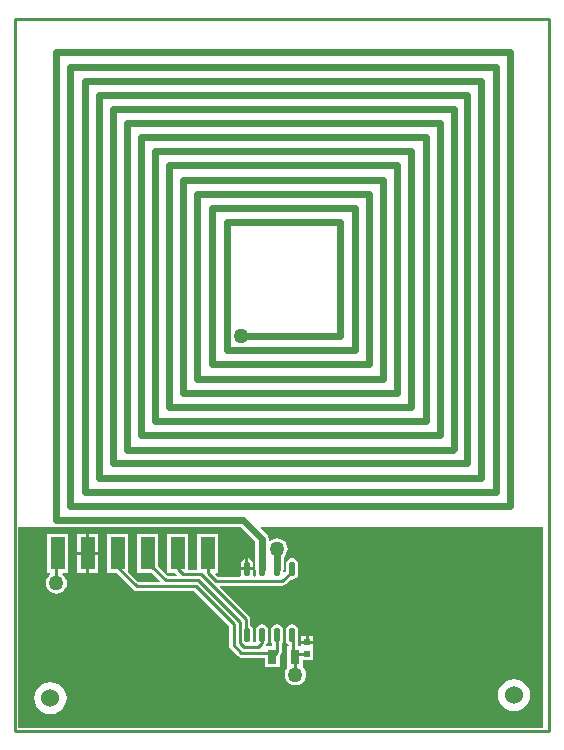
<source format=gtl>
G04*
G04 #@! TF.GenerationSoftware,Altium Limited,Altium Designer,18.0.12 (696)*
G04*
G04 Layer_Physical_Order=1*
G04 Layer_Color=255*
%FSLAX25Y25*%
%MOIN*%
G70*
G01*
G75*
%ADD11C,0.02362*%
%ADD12C,0.01000*%
%ADD14R,0.05118X0.11024*%
%ADD15O,0.01968X0.05118*%
%ADD16R,0.03150X0.04921*%
%ADD17R,0.01968X0.02362*%
%ADD24C,0.06000*%
%ADD25C,0.05000*%
G36*
X275590Y100394D02*
X100394D01*
Y167323D01*
X174611D01*
X179528Y162406D01*
Y153347D01*
X179697Y152495D01*
X179729Y152448D01*
Y151772D01*
X179834Y151242D01*
X179498Y150742D01*
X179006D01*
X178670Y151242D01*
X178775Y151772D01*
Y152847D01*
X174729D01*
Y151772D01*
X174834Y151242D01*
X174498Y150742D01*
X166993D01*
X166244Y151491D01*
X166435Y151953D01*
X167260D01*
Y164976D01*
X160142D01*
Y152982D01*
X157260D01*
Y164976D01*
X150142D01*
Y151953D01*
X152774D01*
X153283Y151444D01*
X153091Y150982D01*
X150393D01*
X147260Y154116D01*
Y164976D01*
X140142D01*
Y151953D01*
X145097D01*
X147606Y149444D01*
X147414Y148982D01*
X140582D01*
X137260Y152305D01*
Y164976D01*
X130142D01*
Y151953D01*
X133286D01*
X138867Y146371D01*
X139364Y146040D01*
X139949Y145923D01*
X159000D01*
X170738Y134185D01*
Y127867D01*
X170855Y127282D01*
X171186Y126786D01*
X173813Y124159D01*
X174309Y123827D01*
X174895Y123711D01*
X182661D01*
Y120555D01*
X187811D01*
Y124428D01*
X187833Y124450D01*
X188165Y124946D01*
X188281Y125531D01*
Y128442D01*
X188621Y128950D01*
X188775Y129724D01*
Y132874D01*
X188621Y133648D01*
X188182Y134305D01*
X187526Y134743D01*
X186752Y134897D01*
X185978Y134743D01*
X185321Y134305D01*
X184883Y133648D01*
X184729Y132874D01*
Y129724D01*
X184883Y128950D01*
X185223Y128442D01*
Y127476D01*
X183405D01*
X183138Y127976D01*
X183165Y128017D01*
X183236Y128374D01*
X183621Y128950D01*
X183775Y129724D01*
Y132874D01*
X183621Y133648D01*
X183183Y134305D01*
X182526Y134743D01*
X181752Y134897D01*
X180978Y134743D01*
X180321Y134305D01*
X179883Y133648D01*
X179729Y132874D01*
Y129724D01*
X179825Y129241D01*
X179512Y128850D01*
X178992Y128856D01*
X178685Y129270D01*
X178775Y129724D01*
Y132874D01*
X178621Y133648D01*
X178182Y134305D01*
X177797Y134562D01*
Y136476D01*
X177681Y137061D01*
X177349Y137557D01*
X167685Y147221D01*
X167876Y147683D01*
X188583D01*
X189168Y147800D01*
X189664Y148131D01*
X191359Y149827D01*
X191752Y149749D01*
X192526Y149902D01*
X193183Y150341D01*
X193621Y150997D01*
X193775Y151772D01*
Y154921D01*
X193621Y155695D01*
X193183Y156352D01*
X192526Y156790D01*
X191752Y156944D01*
X190978Y156790D01*
X190321Y156352D01*
X189883Y155695D01*
X189729Y154921D01*
Y152522D01*
X189545Y152338D01*
X188906Y152383D01*
X188806Y152495D01*
X188976Y153347D01*
Y157289D01*
X189307Y157543D01*
X189868Y158274D01*
X190221Y159126D01*
X190341Y160039D01*
X190221Y160953D01*
X189868Y161804D01*
X189307Y162536D01*
X188576Y163097D01*
X187725Y163449D01*
X186811Y163570D01*
X185897Y163449D01*
X185046Y163097D01*
X184476Y162659D01*
X183976Y162872D01*
Y163327D01*
X183976Y163327D01*
X183807Y164178D01*
X183325Y164899D01*
X183324Y164899D01*
X181363Y166861D01*
X181554Y167323D01*
X275590D01*
Y100394D01*
D02*
G37*
%LPC*%
G36*
X127260Y164976D02*
X124201D01*
Y158965D01*
X127260D01*
Y164976D01*
D02*
G37*
G36*
X123201D02*
X120142D01*
Y158965D01*
X123201D01*
Y164976D01*
D02*
G37*
G36*
X177252Y156845D02*
Y153847D01*
X178775D01*
Y154921D01*
X178621Y155695D01*
X178182Y156352D01*
X177526Y156790D01*
X177252Y156845D01*
D02*
G37*
G36*
X176252D02*
X175978Y156790D01*
X175321Y156352D01*
X174883Y155695D01*
X174729Y154921D01*
Y153847D01*
X176252D01*
Y156845D01*
D02*
G37*
G36*
X127260Y157965D02*
X124201D01*
Y151953D01*
X127260D01*
Y157965D01*
D02*
G37*
G36*
X123201D02*
X120142D01*
Y151953D01*
X123201D01*
Y157965D01*
D02*
G37*
G36*
X117260Y164976D02*
X110142D01*
Y151953D01*
X110959D01*
X111129Y151453D01*
X110693Y151118D01*
X110132Y150387D01*
X109779Y149536D01*
X109659Y148622D01*
X109779Y147708D01*
X110132Y146857D01*
X110693Y146126D01*
X111424Y145565D01*
X112275Y145212D01*
X113189Y145092D01*
X114103Y145212D01*
X114954Y145565D01*
X115685Y146126D01*
X116246Y146857D01*
X116599Y147708D01*
X116719Y148622D01*
X116599Y149536D01*
X116246Y150387D01*
X115685Y151118D01*
X115249Y151453D01*
X115419Y151953D01*
X117260D01*
Y164976D01*
D02*
G37*
G36*
X198835Y131118D02*
X197350D01*
Y129437D01*
X198835D01*
Y131118D01*
D02*
G37*
G36*
X196350D02*
X194866D01*
Y129437D01*
X196350D01*
Y131118D01*
D02*
G37*
G36*
X191752Y134897D02*
X190978Y134743D01*
X190321Y134305D01*
X189883Y133648D01*
X189729Y132874D01*
Y129724D01*
X189883Y128950D01*
X190321Y128294D01*
X190597Y128110D01*
Y127476D01*
X190142D01*
Y120555D01*
X190142D01*
X190234Y120368D01*
X189856Y119875D01*
X189504Y119024D01*
X189383Y118110D01*
X189504Y117197D01*
X189856Y116345D01*
X190417Y115614D01*
X191148Y115053D01*
X192000Y114700D01*
X192913Y114580D01*
X193827Y114700D01*
X194678Y115053D01*
X195410Y115614D01*
X195971Y116345D01*
X196323Y117197D01*
X196444Y118110D01*
X196323Y119024D01*
X195971Y119875D01*
X195410Y120607D01*
X195291Y120697D01*
Y122819D01*
X198835D01*
Y126756D01*
Y128437D01*
X194866D01*
Y127476D01*
X193655D01*
Y129123D01*
X193775Y129724D01*
Y132874D01*
X193621Y133648D01*
X193183Y134305D01*
X192526Y134743D01*
X191752Y134897D01*
D02*
G37*
G36*
X265748Y116597D02*
X264356Y116414D01*
X263060Y115877D01*
X261946Y115022D01*
X261092Y113909D01*
X260555Y112612D01*
X260371Y111221D01*
X260555Y109829D01*
X261092Y108532D01*
X261946Y107419D01*
X263060Y106564D01*
X264356Y106027D01*
X265748Y105844D01*
X267140Y106027D01*
X268436Y106564D01*
X269550Y107419D01*
X270404Y108532D01*
X270941Y109829D01*
X271125Y111221D01*
X270941Y112612D01*
X270404Y113909D01*
X269550Y115022D01*
X268436Y115877D01*
X267140Y116414D01*
X265748Y116597D01*
D02*
G37*
G36*
X111221Y115613D02*
X109829Y115430D01*
X108532Y114893D01*
X107419Y114038D01*
X106564Y112925D01*
X106027Y111628D01*
X105844Y110236D01*
X106027Y108845D01*
X106564Y107548D01*
X107419Y106434D01*
X108532Y105580D01*
X109829Y105043D01*
X111221Y104859D01*
X112612Y105043D01*
X113909Y105580D01*
X115022Y106434D01*
X115877Y107548D01*
X116414Y108845D01*
X116597Y110236D01*
X116414Y111628D01*
X115877Y112925D01*
X115022Y114038D01*
X113909Y114893D01*
X112612Y115430D01*
X111221Y115613D01*
D02*
G37*
%LPD*%
D11*
X117913Y174311D02*
X264370D01*
X113189Y325492D02*
X264370D01*
X113189Y169626D02*
Y325492D01*
X264370Y174311D02*
Y325492D01*
X117913Y174311D02*
Y320768D01*
X259646D01*
Y179035D02*
Y320768D01*
X122638Y179035D02*
X259646D01*
X122638D02*
Y316043D01*
X254921D01*
Y183760D02*
Y316043D01*
X127362Y183760D02*
X254921D01*
X127362D02*
Y311319D01*
X250197D01*
Y188484D02*
Y311319D01*
X132087Y188484D02*
X250197D01*
X132087D02*
Y306594D01*
X245669D01*
Y193209D02*
Y306594D01*
X136713Y193110D02*
X245571D01*
X136713D02*
Y301969D01*
X240945D01*
Y197835D02*
Y301969D01*
X141535Y197835D02*
Y297244D01*
Y197835D02*
X240945D01*
X141535Y297244D02*
X236221D01*
X231496Y207283D02*
Y292520D01*
X236319Y202559D02*
Y297342D01*
X146260Y202559D02*
Y292520D01*
Y202559D02*
X236319D01*
X146260Y292520D02*
X231496D01*
X150787Y207283D02*
X231496D01*
X150787D02*
Y287795D01*
X226772D01*
Y212008D02*
Y287795D01*
X155512Y212008D02*
X226772D01*
X155512D02*
Y283071D01*
X222047D01*
Y216732D02*
Y283071D01*
X160236Y216732D02*
X222047D01*
X160236D02*
Y278346D01*
X217323D01*
Y221457D02*
Y278346D01*
X165256Y221457D02*
X217323D01*
X165256D02*
Y273622D01*
X212598D01*
Y226181D02*
Y273622D01*
X169980Y226181D02*
X212598D01*
X169980D02*
Y268898D01*
X207874D01*
Y230906D02*
Y268898D01*
X174705Y230906D02*
X207874D01*
X186752Y153347D02*
Y159980D01*
X113189Y169626D02*
X175453D01*
X181752Y153347D02*
Y163327D01*
X175453Y169626D02*
X181752Y163327D01*
D12*
X191929Y123228D02*
X192913Y122244D01*
X145236Y153976D02*
X149760Y149453D01*
X160462D01*
X155437Y151453D02*
X161291D01*
X153740Y153150D02*
X155437Y151453D01*
X174268Y128695D02*
Y135647D01*
X139949Y147453D02*
X159634D01*
X172268Y134819D01*
X160462Y149453D02*
X174268Y135647D01*
X161291Y151453D02*
X176268Y136476D01*
X163701Y151871D02*
Y158465D01*
Y151871D02*
X166359Y149213D01*
X188583D01*
X176268Y132663D02*
X176752Y132179D01*
X176268Y132663D02*
Y136476D01*
X172268Y127867D02*
Y134819D01*
X131890Y155512D02*
X139949Y147453D01*
X143740Y153976D02*
X145236D01*
X113189Y157953D02*
X113701Y158465D01*
X113189Y148622D02*
Y157953D01*
X186752Y125531D02*
Y131299D01*
X185236Y124016D02*
X186752Y125531D01*
X192913Y118110D02*
Y122244D01*
X191929Y123228D02*
X192717Y124016D01*
X193701Y125000D01*
X196850D01*
X192126Y125591D02*
X192126Y125591D01*
Y130925D01*
X191752Y131299D02*
X192126Y130925D01*
X184012Y125240D02*
X185236Y124016D01*
X174895Y125240D02*
X184012D01*
X180390Y127240D02*
X181752Y128602D01*
X175723Y127240D02*
X180390D01*
X172268Y127867D02*
X174895Y125240D01*
X174268Y128695D02*
X175723Y127240D01*
X176752Y132179D02*
Y133090D01*
Y131299D02*
Y132179D01*
X181752Y128602D02*
Y131299D01*
X188583Y149213D02*
X191752Y152382D01*
Y153347D01*
X245571Y193110D02*
X245669Y193209D01*
X236221Y297244D02*
X236319Y297342D01*
X186752Y159980D02*
X186811Y160039D01*
X99410Y99410D02*
Y336614D01*
Y99410D02*
X277559D01*
Y336614D01*
X99410D02*
X277559D01*
D14*
X163701Y158465D02*
D03*
X153701D02*
D03*
X143701D02*
D03*
X133701D02*
D03*
X123701D02*
D03*
X113701D02*
D03*
D15*
X191752Y153347D02*
D03*
X186752D02*
D03*
X181752D02*
D03*
X176752D02*
D03*
X191752Y131299D02*
D03*
X186752D02*
D03*
X181752D02*
D03*
X176752D02*
D03*
D16*
X185236Y124016D02*
D03*
X192717D02*
D03*
D17*
X196850Y125000D02*
D03*
Y128937D02*
D03*
D24*
X265748Y111221D02*
D03*
X111221Y110236D02*
D03*
D25*
X192913Y118110D02*
D03*
X174705Y230906D02*
D03*
X186811Y160039D02*
D03*
X113189Y148622D02*
D03*
M02*

</source>
